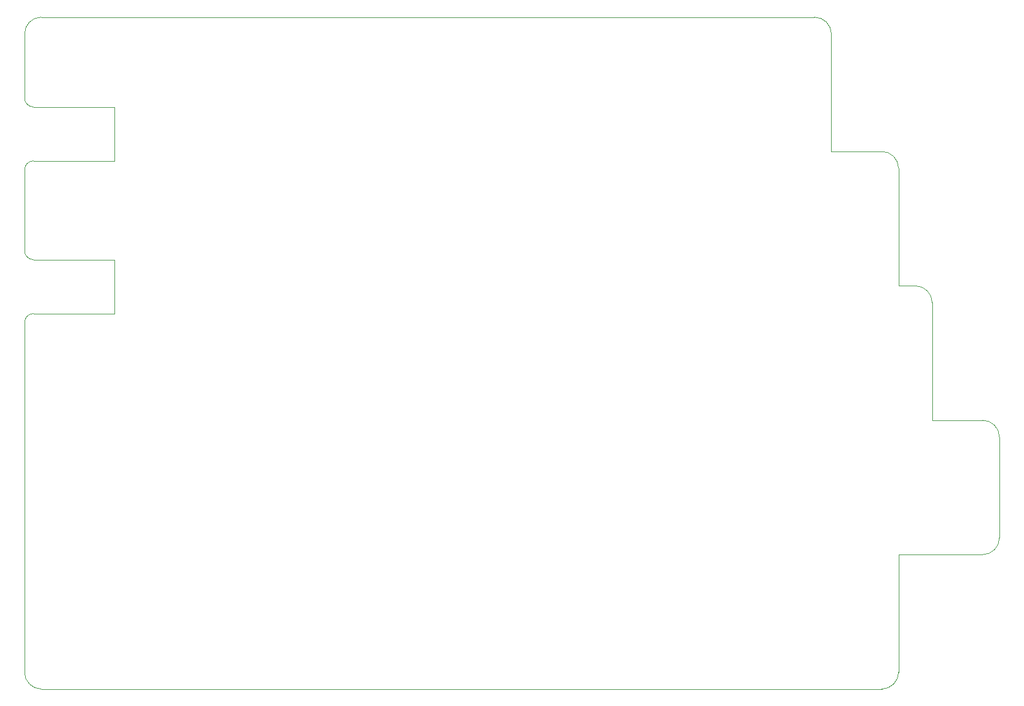
<source format=gm1>
G04 #@! TF.GenerationSoftware,KiCad,Pcbnew,5.1.2-f72e74a~84~ubuntu18.04.1*
G04 #@! TF.CreationDate,2019-06-17T18:25:39+09:00*
G04 #@! TF.ProjectId,left-bottom,6c656674-2d62-46f7-9474-6f6d2e6b6963,rev?*
G04 #@! TF.SameCoordinates,Original*
G04 #@! TF.FileFunction,Profile,NP*
%FSLAX46Y46*%
G04 Gerber Fmt 4.6, Leading zero omitted, Abs format (unit mm)*
G04 Created by KiCad (PCBNEW 5.1.2-f72e74a~84~ubuntu18.04.1) date 2019-06-17 18:25:39*
%MOMM*%
%LPD*%
G04 APERTURE LIST*
%ADD10C,0.050000*%
G04 APERTURE END LIST*
D10*
X80750000Y-100180000D02*
G75*
G02X82020000Y-98910000I1270000J0D01*
G01*
X82020000Y-91290000D02*
G75*
G02X80750000Y-90020000I0J1270000D01*
G01*
X80750000Y-78590000D02*
G75*
G02X82020000Y-77320000I1270000J0D01*
G01*
X82020000Y-69700000D02*
G75*
G02X80750000Y-68430000I0J1270000D01*
G01*
X80750000Y-68430000D02*
X80750000Y-59375000D01*
X80750000Y-90020000D02*
X80750000Y-78590000D01*
X93450000Y-98910000D02*
X82020000Y-98910000D01*
X93450000Y-91290000D02*
X93450000Y-98910000D01*
X82020000Y-91290000D02*
X93450000Y-91290000D01*
X93450000Y-77320000D02*
X82020000Y-77320000D01*
X93450000Y-69700000D02*
X93450000Y-77320000D01*
X82020000Y-69700000D02*
X93450000Y-69700000D01*
X201875000Y-76000000D02*
G75*
G02X204250000Y-78375000I0J-2375000D01*
G01*
X206625000Y-95000000D02*
G75*
G02X209000000Y-97375000I0J-2375000D01*
G01*
X216125000Y-114000000D02*
G75*
G02X218500000Y-116375000I0J-2375000D01*
G01*
X218500000Y-130625000D02*
G75*
G02X216125000Y-133000000I-2375000J0D01*
G01*
X204250000Y-149625000D02*
G75*
G02X201875000Y-152000000I-2375000J0D01*
G01*
X83125000Y-152000000D02*
G75*
G02X80750000Y-149625000I0J2375000D01*
G01*
X80750000Y-59375000D02*
G75*
G02X83125000Y-57000000I2375000J0D01*
G01*
X192375000Y-57000000D02*
G75*
G02X194750000Y-59375000I0J-2375000D01*
G01*
X80750000Y-100180000D02*
X80750000Y-149625000D01*
X192375000Y-57000000D02*
X83125000Y-57000000D01*
X194750000Y-76000000D02*
X194750000Y-59375000D01*
X201875000Y-76000000D02*
X194750000Y-76000000D01*
X204250000Y-95000000D02*
X204250000Y-78375000D01*
X206625000Y-95000000D02*
X204250000Y-95000000D01*
X209000000Y-114000000D02*
X209000000Y-97375000D01*
X216125000Y-114000000D02*
X209000000Y-114000000D01*
X218500000Y-130625000D02*
X218500000Y-116375000D01*
X204250000Y-133000000D02*
X216125000Y-133000000D01*
X204250000Y-149625000D02*
X204250000Y-133000000D01*
X83125000Y-152000000D02*
X201875000Y-152000000D01*
M02*

</source>
